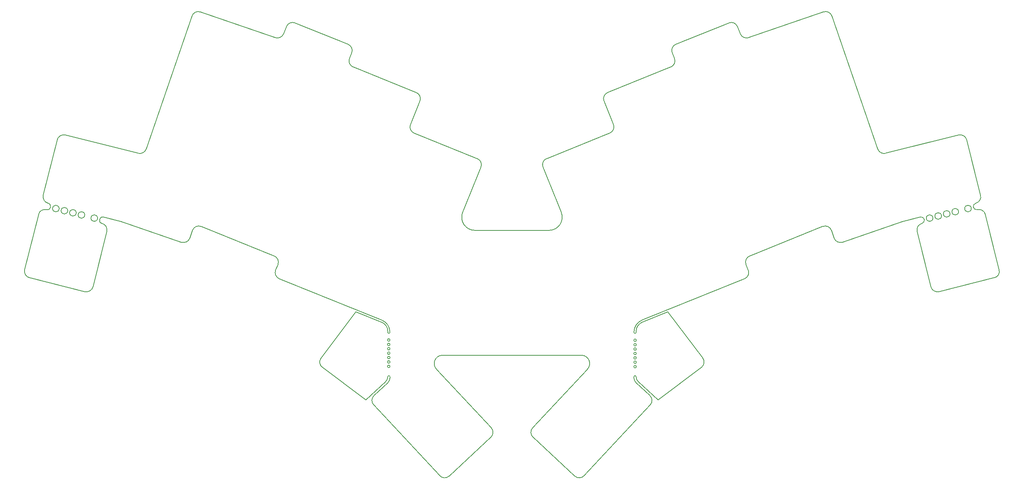
<source format=gbr>
%TF.GenerationSoftware,KiCad,Pcbnew,8.0.9-1.fc41*%
%TF.CreationDate,2025-03-23T19:42:44+11:00*%
%TF.ProjectId,iiwi,69697769-2e6b-4696-9361-645f70636258,0.1*%
%TF.SameCoordinates,Original*%
%TF.FileFunction,Profile,NP*%
%FSLAX46Y46*%
G04 Gerber Fmt 4.6, Leading zero omitted, Abs format (unit mm)*
G04 Created by KiCad (PCBNEW 8.0.9-1.fc41) date 2025-03-23 19:42:44*
%MOMM*%
%LPD*%
G01*
G04 APERTURE LIST*
%TA.AperFunction,Profile*%
%ADD10C,0.150000*%
%TD*%
G04 APERTURE END LIST*
D10*
X177056818Y-179929705D02*
G75*
G02*
X176982812Y-177809699I1022982J1097005D01*
G01*
X200566417Y-160870282D02*
G75*
G02*
X199992599Y-160870282I-286909J0D01*
G01*
X199992599Y-160870282D02*
G75*
G02*
X200566417Y-160870282I286909J0D01*
G01*
X188177400Y-161274650D02*
X156376889Y-161266654D01*
X193211513Y-103375072D02*
X195365497Y-108706382D01*
X161058797Y-128699179D02*
X165212601Y-118418155D01*
X244949414Y-132842955D02*
X245549965Y-134587071D01*
X194040381Y-101422387D02*
X208411730Y-95615987D01*
X269393946Y-146773933D02*
X282007789Y-143628945D01*
X144024507Y-166185448D02*
G75*
G02*
X143547483Y-167282453I-1500007J48D01*
G01*
X167566238Y-177809677D02*
G75*
G02*
X167492227Y-179929735I-1097038J-1023023D01*
G01*
X276763312Y-127853550D02*
G75*
G02*
X275263318Y-127853550I-749997J0D01*
G01*
X275263318Y-127853550D02*
G75*
G02*
X276763312Y-127853550I749997J0D01*
G01*
X69284010Y-127860338D02*
G75*
G02*
X67784018Y-127860338I-749996J0D01*
G01*
X67784018Y-127860338D02*
G75*
G02*
X69284010Y-127860338I749996J0D01*
G01*
X163840349Y-132822994D02*
G75*
G02*
X161058761Y-128699165I-49J2999994D01*
G01*
X101579793Y-131940531D02*
X118207667Y-138658628D01*
X129152792Y-164025984D02*
G75*
G02*
X128857529Y-161925275I902708J1197984D01*
G01*
X247456594Y-135516992D02*
X261166612Y-130796255D01*
X188684444Y-188721649D02*
X203726599Y-172590912D01*
X195365501Y-108706379D02*
G75*
G02*
X194536647Y-110659091I-1390801J-561921D01*
G01*
X226027574Y-141886194D02*
X225512488Y-140611315D01*
X205496507Y-171475292D02*
X201001509Y-167282478D01*
X200501508Y-167532480D02*
G75*
G02*
X200024499Y-166435448I1023092J1097080D01*
G01*
X136797511Y-151391291D02*
X142648326Y-153751889D01*
X144541413Y-160801288D02*
G75*
G02*
X143967603Y-160801288I-286905J0D01*
G01*
X143967603Y-160801288D02*
G75*
G02*
X144541413Y-160801288I286905J0D01*
G01*
X208725512Y-92388420D02*
X209240596Y-93663298D01*
X201001511Y-167282477D02*
G75*
G02*
X200524504Y-166185447I1023089J1097077D01*
G01*
X157984606Y-188795677D02*
G75*
G02*
X155864571Y-188721657I-1023006J1097077D01*
G01*
X136137287Y-95615984D02*
G75*
G02*
X135308414Y-93663292I561913J1390784D01*
G01*
X283100352Y-141810621D02*
G75*
G02*
X282007790Y-143628949I-1455452J-362879D01*
G01*
X268030649Y-130030848D02*
G75*
G02*
X266530651Y-130030848I-749999J0D01*
G01*
X266530651Y-130030848D02*
G75*
G02*
X268030649Y-130030848I749999J0D01*
G01*
X64593653Y-129196776D02*
X61448668Y-141810622D01*
X66774863Y-126648772D02*
G75*
G02*
X66411974Y-128104237I-181463J-727728D01*
G01*
X119350317Y-143838881D02*
G75*
G02*
X118521431Y-141886187I561883J1390781D01*
G01*
X215684586Y-161921838D02*
G75*
G02*
X215389379Y-164022549I-1197886J-902762D01*
G01*
X164383735Y-116465467D02*
G75*
G02*
X165212536Y-118418129I-561935J-1390733D01*
G01*
X140822420Y-172590912D02*
G75*
G02*
X140896441Y-170470871I1096980J1023012D01*
G01*
X200566416Y-163870290D02*
G75*
G02*
X199992606Y-163870290I-286905J0D01*
G01*
X199992606Y-163870290D02*
G75*
G02*
X200566416Y-163870290I286905J0D01*
G01*
X99498030Y-83993088D02*
G75*
G02*
X101404668Y-83063149I1418270J-488312D01*
G01*
X183490224Y-128699174D02*
G75*
G02*
X180708669Y-132822977I-2781524J-1123826D01*
G01*
X144524508Y-166435444D02*
G75*
G02*
X144047482Y-167532456I-1500008J44D01*
G01*
X264430629Y-133067524D02*
X267575618Y-145681371D01*
X68827290Y-112216603D02*
G75*
G02*
X70645600Y-111124091I1455410J-362897D01*
G01*
X215684586Y-161921838D02*
X207747507Y-151395289D01*
X203652569Y-170470885D02*
X200501508Y-167532480D01*
X150012386Y-110659066D02*
G75*
G02*
X149183534Y-108706385I561914J1390766D01*
G01*
X89061032Y-114304333D02*
G75*
G02*
X87279880Y-115271383I-1418232J488333D01*
G01*
X177056817Y-179929705D02*
X186564415Y-188795682D01*
X261166612Y-130796255D02*
X261164460Y-130790032D01*
X200530510Y-156033589D02*
G75*
G02*
X200024490Y-156033441I-253010J89D01*
G01*
X278866717Y-124830444D02*
X275721733Y-112216597D01*
X64593653Y-129196776D02*
G75*
G02*
X66411972Y-128104240I1455447J-362924D01*
G01*
X245050990Y-83993090D02*
X255487986Y-114304335D01*
X200024512Y-166435448D02*
X200023509Y-166184606D01*
X98999060Y-134587069D02*
G75*
G02*
X97092441Y-135516963I-1418260J488369D01*
G01*
X142648329Y-153251884D02*
G75*
G02*
X144524470Y-156033443I-1123829J-2781516D01*
G01*
X200566412Y-157870290D02*
G75*
G02*
X199992606Y-157870290I-286903J0D01*
G01*
X199992606Y-157870290D02*
G75*
G02*
X200566412Y-157870290I286903J0D01*
G01*
X209240596Y-93663298D02*
G75*
G02*
X208411729Y-95615985I-1390796J-561902D01*
G01*
X200023509Y-166184606D02*
G75*
G02*
X200524491Y-166185447I250491J-394D01*
G01*
X144024507Y-166185448D02*
G75*
G02*
X144525493Y-166186293I250493J-452D01*
G01*
X142648326Y-153751889D02*
G75*
G02*
X144024467Y-155783438I-811426J-2031511D01*
G01*
X200566410Y-158870288D02*
G75*
G02*
X199992598Y-158870288I-286906J0D01*
G01*
X199992598Y-158870288D02*
G75*
G02*
X200566410Y-158870288I286906J0D01*
G01*
X83382407Y-130796258D02*
X97092430Y-135516995D01*
X208725509Y-92388419D02*
G75*
G02*
X209554389Y-90435765I1390691J561919D01*
G01*
X221607768Y-85565852D02*
X209554377Y-90435736D01*
X89061034Y-114304331D02*
X99498032Y-83993088D01*
X188177397Y-161274654D02*
G75*
G02*
X189417559Y-164483691I-112797J-1887746D01*
G01*
X79025823Y-131249200D02*
G75*
G02*
X79388701Y-129793781I181477J727700D01*
G01*
X62541229Y-143628948D02*
G75*
G02*
X61448655Y-141810619I362871J1455448D01*
G01*
X221607768Y-85565852D02*
G75*
G02*
X223560466Y-86394712I561932J-1390748D01*
G01*
X200524509Y-155783438D02*
G75*
G02*
X201900681Y-153751860I2187591J38D01*
G01*
X203652568Y-170470883D02*
G75*
G02*
X203726587Y-172590901I-1022968J-1097017D01*
G01*
X144525506Y-166186293D02*
X144524508Y-166435449D01*
X136137287Y-95615984D02*
X150508642Y-101422388D01*
X179336419Y-118418151D02*
X183490222Y-128699175D01*
X135308426Y-93663302D02*
X135823508Y-92388422D01*
X269393946Y-146773933D02*
G75*
G02*
X267575599Y-145681376I-362846J1455533D01*
G01*
X243144357Y-83063161D02*
G75*
G02*
X245050955Y-83993102I488343J-1418239D01*
G01*
X144541410Y-157801286D02*
G75*
G02*
X143967610Y-157801286I-286900J0D01*
G01*
X143967610Y-157801286D02*
G75*
G02*
X144541410Y-157801286I286900J0D01*
G01*
X150508639Y-101422390D02*
G75*
G02*
X151337533Y-103375083I-561939J-1390810D01*
G01*
X129152792Y-164025984D02*
X139043510Y-171484288D01*
X68827285Y-112216599D02*
X65682301Y-124830443D01*
X144541414Y-161801288D02*
G75*
G02*
X143967608Y-161801288I-286903J0D01*
G01*
X143967608Y-161801288D02*
G75*
G02*
X144541414Y-161801288I286903J0D01*
G01*
X201900691Y-153751886D02*
X207747507Y-151395289D01*
X134994643Y-90435732D02*
G75*
G02*
X135823481Y-92388411I-561943J-1390768D01*
G01*
X144047505Y-167532481D02*
X140896454Y-170470885D01*
X101404663Y-83063163D02*
X118432588Y-88926350D01*
X144541414Y-163801291D02*
G75*
G02*
X143967606Y-163801291I-286904J0D01*
G01*
X143967606Y-163801291D02*
G75*
G02*
X144541414Y-163801291I286904J0D01*
G01*
X269971243Y-129547003D02*
G75*
G02*
X268471245Y-129547003I-749999J0D01*
G01*
X268471245Y-129547003D02*
G75*
G02*
X269971243Y-129547003I749999J0D01*
G01*
X70645613Y-111124040D02*
X87279870Y-115271424D01*
X144024506Y-155783438D02*
X144018511Y-156033289D01*
X226116428Y-88926348D02*
G75*
G02*
X224237291Y-88069984I-488328J1418348D01*
G01*
X73165197Y-128828025D02*
G75*
G02*
X71665197Y-128828025I-750000J0D01*
G01*
X71665197Y-128828025D02*
G75*
G02*
X73165197Y-128828025I750000J0D01*
G01*
X200530510Y-156033589D02*
X200524509Y-155783438D01*
X99599600Y-132842956D02*
G75*
G02*
X101579805Y-131940502I1418300J-488344D01*
G01*
X119350317Y-143838881D02*
X142648329Y-153251886D01*
X75105785Y-129311866D02*
G75*
G02*
X73605791Y-129311866I-749997J0D01*
G01*
X73605791Y-129311866D02*
G75*
G02*
X75105785Y-129311866I749997J0D01*
G01*
X257269147Y-115271423D02*
X273903407Y-111124042D01*
X226341352Y-138658628D02*
X242969229Y-131940527D01*
X120988565Y-86394715D02*
X120311716Y-88069982D01*
X200566416Y-159870288D02*
G75*
G02*
X199992594Y-159870288I-286911J0D01*
G01*
X199992594Y-159870288D02*
G75*
G02*
X200566416Y-159870288I286911J0D01*
G01*
X134994643Y-90435732D02*
X122941252Y-85565850D01*
X224237303Y-88069979D02*
X223560453Y-86394717D01*
X150012386Y-110659066D02*
X164383735Y-116465467D01*
X201900688Y-153251887D02*
X225198705Y-143838877D01*
X120988565Y-86394715D02*
G75*
G02*
X122941237Y-85565886I1390735J-561885D01*
G01*
X149183515Y-108706381D02*
X151337508Y-103375073D01*
X119036535Y-140611317D02*
X118521447Y-141886193D01*
X79025823Y-131249200D02*
G75*
G02*
X80118304Y-133067506I-362923J-1455400D01*
G01*
X79388708Y-129793753D02*
X83384553Y-130790028D01*
X144541414Y-162801291D02*
G75*
G02*
X143967608Y-162801291I-286903J0D01*
G01*
X143967608Y-162801291D02*
G75*
G02*
X144541414Y-162801291I286903J0D01*
G01*
X226116431Y-88926347D02*
X243144358Y-83063164D01*
X264430637Y-133067526D02*
G75*
G02*
X265523193Y-131249182I1455563J362826D01*
G01*
X120311716Y-88069980D02*
G75*
G02*
X118432567Y-88926412I-1390816J561880D01*
G01*
X140822419Y-172590912D02*
X155864576Y-188721652D01*
X144541414Y-158801289D02*
G75*
G02*
X143967606Y-158801289I-286904J0D01*
G01*
X143967606Y-158801289D02*
G75*
G02*
X144541414Y-158801289I286904J0D01*
G01*
X98999060Y-134587069D02*
X99599604Y-132842954D01*
X76973401Y-145681369D02*
G75*
G02*
X75155085Y-146773890I-1455401J362869D01*
G01*
X261164460Y-130790032D02*
X265158621Y-129786970D01*
X78016671Y-130037633D02*
G75*
G02*
X76516685Y-130037633I-749993J0D01*
G01*
X76516685Y-130037633D02*
G75*
G02*
X78016671Y-130037633I749993J0D01*
G01*
X193211513Y-103375073D02*
G75*
G02*
X194040396Y-101422425I1390787J561873D01*
G01*
X278137044Y-128104216D02*
G75*
G02*
X279955368Y-129196779I362856J-1455484D01*
G01*
X200024512Y-156033441D02*
G75*
G02*
X201900678Y-153251862I2999988J41D01*
G01*
X143547508Y-167282480D02*
X139043510Y-171484288D01*
X76973401Y-145681369D02*
X80118383Y-133067526D01*
X226027571Y-141886194D02*
G75*
G02*
X225198703Y-143838872I-1390771J-561906D01*
G01*
X205496507Y-171475292D02*
X215389352Y-164022511D01*
X144524510Y-156033443D02*
G75*
G02*
X144018490Y-156033289I-253010J143D01*
G01*
X71224603Y-128344179D02*
G75*
G02*
X69724613Y-128344179I-749995J0D01*
G01*
X69724613Y-128344179D02*
G75*
G02*
X71224603Y-128344179I749995J0D01*
G01*
X257269147Y-115271423D02*
G75*
G02*
X255487979Y-114304337I-362847J1455523D01*
G01*
X278866718Y-124830448D02*
G75*
G02*
X277774160Y-126648791I-1455518J-362852D01*
G01*
X144541414Y-159801291D02*
G75*
G02*
X143967604Y-159801291I-286905J0D01*
G01*
X143967604Y-159801291D02*
G75*
G02*
X144541414Y-159801291I286905J0D01*
G01*
X62541229Y-143628948D02*
X75155076Y-146773926D01*
X118207667Y-138658628D02*
G75*
G02*
X119036549Y-140611323I-561867J-1390772D01*
G01*
X242969229Y-131940527D02*
G75*
G02*
X244949425Y-132842951I561871J-1390873D01*
G01*
X225512488Y-140611315D02*
G75*
G02*
X226341363Y-138658656I1390712J561915D01*
G01*
X189417492Y-164483625D02*
X176982783Y-177809672D01*
X200566415Y-161870290D02*
G75*
G02*
X199992605Y-161870290I-286905J0D01*
G01*
X199992605Y-161870290D02*
G75*
G02*
X200566415Y-161870290I286905J0D01*
G01*
X179336419Y-118418151D02*
G75*
G02*
X180165262Y-116465414I1390781J561951D01*
G01*
X271911834Y-129063161D02*
G75*
G02*
X270411846Y-129063161I-749994J0D01*
G01*
X270411846Y-129063161D02*
G75*
G02*
X271911834Y-129063161I749994J0D01*
G01*
X273852427Y-128579315D02*
G75*
G02*
X272352423Y-128579315I-750002J0D01*
G01*
X272352423Y-128579315D02*
G75*
G02*
X273852427Y-128579315I750002J0D01*
G01*
X200566414Y-162870293D02*
G75*
G02*
X199992606Y-162870293I-286904J0D01*
G01*
X199992606Y-162870293D02*
G75*
G02*
X200566414Y-162870293I286904J0D01*
G01*
X247456592Y-135516998D02*
G75*
G02*
X245549961Y-134587072I-488392J1418198D01*
G01*
X283100352Y-141810621D02*
X279955368Y-129196779D01*
X188684446Y-188721648D02*
G75*
G02*
X186564400Y-188795698I-1097046J1022948D01*
G01*
X155136793Y-164475625D02*
G75*
G02*
X156376894Y-161266738I1352907J1321225D01*
G01*
X180708669Y-132822999D02*
X163840349Y-132822994D01*
X265158621Y-129786970D02*
G75*
G02*
X265521510Y-131242447I181479J-727730D01*
G01*
X136797511Y-151391291D02*
X128857563Y-161925300D01*
X66774863Y-126648772D02*
G75*
G02*
X65682237Y-124830427I362837J1455472D01*
G01*
X157984604Y-188795684D02*
X167492198Y-179929704D01*
X167566234Y-177809674D02*
X155136793Y-164475625D01*
X278137044Y-128104216D02*
G75*
G02*
X277774159Y-126648783I-181444J727716D01*
G01*
X83384553Y-130790028D02*
X83382407Y-130796258D01*
X273903406Y-111124038D02*
G75*
G02*
X275721688Y-112216608I362894J-1455362D01*
G01*
X180165284Y-116465469D02*
X194536637Y-110659066D01*
M02*

</source>
